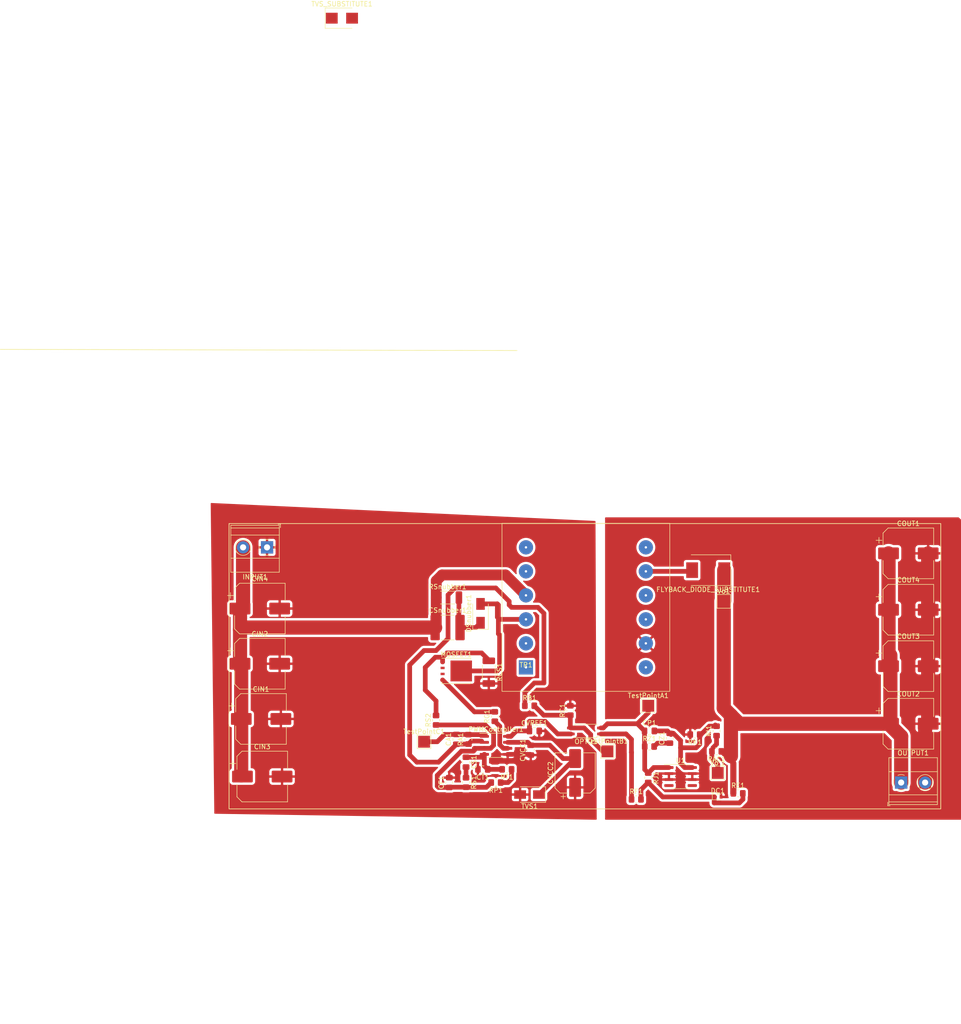
<source format=kicad_pcb>
(kicad_pcb (version 20211014) (generator pcbnew)
  (layers (0 "F.Cu" signal) (31 "B.Cu" signal) (34 "B.Paste" user) (35 "F.Paste" user) (36 "B.SilkS" user "B.Silkscreen") (37 "F.SilkS" user "F.Silkscreen") (38 "B.Mask" user) (39 "F.Mask" user) (44 "Edge.Cuts" user))
  (net 0 "")
  (net 1 "Net-(CSnubber1-Pad2)")
  (net 2 "Net-(FLYBACK_DIODE_SUBSTITUTE1-Pad2)")
  (net 3 "Net-(MOSFET1-Pad1)")
  (net 4 "Net-(MOSFET1-Pad4)")
  (net 5 "Net-(DSnubber1-Pad2)")
  (net 6 "Net-(CIN1-Pad1)")
  (net 7 "Net-(OPTO1-Pad1)")
  (net 8 "Net-(CP1-Pad1)")
  (net 9 "Net-(OPTO1-Pad3)")
  (net 10 "Net-(CVREF1-Pad1)")
  (net 11 "Net-(CA1-Pad2)")
  (net 12 "Net-(CA1-Pad1)")
  (net 13 "GND")
  (net 14 "Net-(PWMController1-Pad6)")
  (net 15 "Net-(CF1-Pad1)")
  (net 16 "GND1")
  (net 17 "Net-(CS1-Pad1)")
  (net 18 "Net-(CVCC1-Pad2)")
  (net 19 "Net-(RAC1-Pad2)")
  (net 20 "Net-(COUT1-Pad1)")
  (net 21 "Net-(CP1-Pad2)")
  (net 22 "Net-(CS1-Pad2)")
  (net 23 "Net-(CZ1-Pad1)")
  (net 24 "Net-(DC1-Pad1)")
  (footprint "TestPoint:TestPoint_Pad_2.5x2.5mm" (layer "F.Cu") (at 134.62 36.068)
    (fp_text reference "Vo1" (at 0 -2.148) (layer "F.SilkS"))
    (fp_text value "Conn_01x01_Female")
    (pad "1" smd rect (at 0 0) (size 2.5 2.5) (layers "F.Cu" "F.Mask") (net 20 "Net-(COUT1-Pad1)"))
  )
  (footprint "Package_SO:SOP-4_4.4x2.6mm_P1.27mm" (layer "F.Cu") (at 105.41 63.5 180)
    (fp_text reference "OPTO1" (at 0 -2.25) (layer "F.SilkS"))
    (fp_text value "TCMT1107")
    (pad "1" smd roundrect (at -3.1875 -0.635 180) (size 1.625 0.6) (layers "F.Cu" "F.Paste" "F.Mask") (net 7 "Net-(OPTO1-Pad1)"))
    (pad "2" smd roundrect (at -3.1875 0.635 180) (size 1.625 0.6) (layers "F.Cu" "F.Paste" "F.Mask") (net 8 "Net-(CP1-Pad1)"))
    (pad "3" smd roundrect (at 3.1875 0.635 180) (size 1.625 0.6) (layers "F.Cu" "F.Paste" "F.Mask") (net 9 "Net-(OPTO1-Pad3)"))
    (pad "4" smd roundrect (at 3.1875 -0.635 180) (size 1.625 0.6) (layers "F.Cu" "F.Paste" "F.Mask") (net 10 "Net-(CVREF1-Pad1)"))
  )
  (footprint "Resistor_SMD:R_0805_2012Metric_Pad1.20x1.40mm_HandSolder" (layer "F.Cu") (at 88.662 71.628 180)
    (fp_text reference "RT1" (at 0 -1.65) (layer "F.SilkS"))
    (fp_text value "10")
    (pad "1" smd roundrect (at -1 0 180) (size 1.2 1.4) (layers "F.Cu" "F.Paste" "F.Mask") (roundrect_rratio 0.208333) (net 10 "Net-(CVREF1-Pad1)"))
    (pad "2" smd roundrect (at 1 0 180) (size 1.2 1.4) (layers "F.Cu" "F.Paste" "F.Mask") (roundrect_rratio 0.208333) (net 17 "Net-(CS1-Pad1)"))
  )
  (footprint "TestPoint:TestPoint_Pad_2.5x2.5mm" (layer "F.Cu") (at 118.618 58.166)
    (fp_text reference "TestPointA1" (at 0 -2.148) (layer "F.SilkS"))
    (fp_text value "Conn_01x01_Female")
    (pad "1" smd rect (at 0 0) (size 2.5 2.5) (layers "F.Cu" "F.Mask") (net 8 "Net-(CP1-Pad1)"))
  )
  (footprint "Resistor_SMD:R_0805_2012Metric_Pad1.20x1.40mm_HandSolder" (layer "F.Cu") (at 116.078 77.978)
    (fp_text reference "RF1" (at 0 -1.65) (layer "F.SilkS"))
    (fp_text value "R")
    (pad "1" smd roundrect (at -1 0) (size 1.2 1.4) (layers "F.Cu" "F.Paste" "F.Mask") (roundrect_rratio 0.208333) (net 7 "Net-(OPTO1-Pad1)"))
    (pad "2" smd roundrect (at 1 0) (size 1.2 1.4) (layers "F.Cu" "F.Paste" "F.Mask") (roundrect_rratio 0.208333) (net 24 "Net-(DC1-Pad1)"))
  )
  (footprint "TerminalBlock_Phoenix:TerminalBlock_Phoenix_MKDS-1,5-2-5.08_1x02_P5.08mm_Horizontal" (layer "F.Cu") (at 37.846 24.638 180)
    (fp_text reference "INPUT1" (at 2.54 -6.26) (layer "F.SilkS"))
    (fp_text value "Conn_01x02_Female")
    (pad "1" thru_hole rect (at 0 0 180) (size 2.6 2.6) (drill 1.3) (layers *.Cu *.Mask) (net 13 "GND"))
    (pad "2" thru_hole circle (at 5.08 0 180) (size 2.6 2.6) (drill 1.3) (layers *.Cu *.Mask) (net 6 "Net-(CIN1-Pad1)"))
  )
  (footprint "Diode_SMD:D_SMA" (layer "F.Cu") (at 93.472 76.962 180)
    (fp_text reference "TVS1" (at 0 -2.5) (layer "F.SilkS"))
    (fp_text value "MBRA340")
    (pad "1" smd rect (at -2 0 180) (size 2.5 1.8) (layers "F.Cu" "F.Paste" "F.Mask") (net 18 "Net-(CVCC1-Pad2)"))
    (pad "2" smd rect (at 2 0 180) (size 2.5 1.8) (layers "F.Cu" "F.Paste" "F.Mask") (net 13 "GND"))
  )
  (footprint "Package_SO:SOIC-8_3.9x4.9mm_P1.27mm" (layer "F.Cu") (at 86.36 66.548)
    (fp_text reference "PWMController1" (at 0 -3.4) (layer "F.SilkS"))
    (fp_text value "UC3843_SOIC8")
    (pad "1" smd roundrect (at -2.475 -1.905) (size 1.95 0.6) (layers "F.Cu" "F.Paste" "F.Mask") (net 11 "Net-(CA1-Pad2)"))
    (pad "2" smd roundrect (at -2.475 -0.635) (size 1.95 0.6) (layers "F.Cu" "F.Paste" "F.Mask") (net 12 "Net-(CA1-Pad1)"))
    (pad "3" smd roundrect (at -2.475 0.635) (size 1.95 0.6) (layers "F.Cu" "F.Paste" "F.Mask") (net 15 "Net-(CF1-Pad1)"))
    (pad "4" smd roundrect (at -2.475 1.905) (size 1.95 0.6) (layers "F.Cu" "F.Paste" "F.Mask") (net 17 "Net-(CS1-Pad1)"))
    (pad "5" smd roundrect (at 2.475 1.905) (size 1.95 0.6) (layers "F.Cu" "F.Paste" "F.Mask") (net 13 "GND"))
    (pad "6" smd roundrect (at 2.475 0.635) (size 1.95 0.6) (layers "F.Cu" "F.Paste" "F.Mask") (net 14 "Net-(PWMController1-Pad6)"))
    (pad "7" smd roundrect (at 2.475 -0.635) (size 1.95 0.6) (layers "F.Cu" "F.Paste" "F.Mask") (net 18 "Net-(CVCC1-Pad2)"))
    (pad "8" smd roundrect (at 2.475 -1.905) (size 1.95 0.6) (layers "F.Cu" "F.Paste" "F.Mask") (net 10 "Net-(CVREF1-Pad1)"))
  )
  (footprint "Capacitor_SMD:CP_Elec_10x10.5" (layer "F.Cu") (at 36.576 60.96)
    (fp_text reference "CIN1" (at 0 -6.3) (layer "F.SilkS"))
    (fp_text value "C")
    (pad "1" smd roundrect (at -4.2 0) (size 4.4 2.5) (layers "F.Cu" "F.Paste" "F.Mask") (roundrect_rratio 0.1) (net 6 "Net-(CIN1-Pad1)"))
    (pad "2" smd roundrect (at 4.2 0) (size 4.4 2.5) (layers "F.Cu" "F.Paste" "F.Mask") (roundrect_rratio 0.1) (net 13 "GND"))
  )
  (footprint "Resistor_SMD:R_0805_2012Metric_Pad1.20x1.40mm_HandSolder" (layer "F.Cu") (at 86.344 74.422 180)
    (fp_text reference "RP1" (at 0 -1.65) (layer "F.SilkS"))
    (fp_text value "R")
    (pad "1" smd roundrect (at -1 0 180) (size 1.2 1.4) (layers "F.Cu" "F.Paste" "F.Mask") (roundrect_rratio 0.208333) (net 10 "Net-(CVREF1-Pad1)"))
    (pad "2" smd roundrect (at 1 0 180) (size 1.2 1.4) (layers "F.Cu" "F.Paste" "F.Mask") (roundrect_rratio 0.208333) (net 15 "Net-(CF1-Pad1)"))
  )
  (footprint "Capacitor_SMD:CP_Elec_10x10.5" (layer "F.Cu") (at 36.322 37.592)
    (fp_text reference "CIN4" (at 0 -6.3) (layer "F.SilkS"))
    (fp_text value "C")
    (pad "1" smd roundrect (at -4.2 0) (size 4.4 2.5) (layers "F.Cu" "F.Paste" "F.Mask") (roundrect_rratio 0.1) (net 6 "Net-(CIN1-Pad1)"))
    (pad "2" smd roundrect (at 4.2 0) (size 4.4 2.5) (layers "F.Cu" "F.Paste" "F.Mask") (roundrect_rratio 0.1) (net 13 "GND"))
  )
  (footprint "Diode_SMD:D_SOD-523" (layer "F.Cu") (at 133.35 77.47)
    (fp_text reference "DC1" (at 0 -1.3) (layer "F.SilkS"))
    (fp_text value "DZ2S100X0L")
    (pad "1" smd rect (at -0.7 0 180) (size 0.6 0.7) (layers "F.Cu" "F.Paste" "F.Mask") (net 24 "Net-(DC1-Pad1)"))
    (pad "2" smd rect (at 0.7 0 180) (size 0.6 0.7) (layers "F.Cu" "F.Paste" "F.Mask") (net 16 "GND1"))
  )
  (footprint "Capacitor_SMD:C_0805_2012Metric_Pad1.18x1.45mm_HandSolder" (layer "F.Cu") (at 83.566 71.628 180)
    (fp_text reference "CT1" (at 0 -1.68) (layer "F.SilkS"))
    (fp_text value "C")
    (pad "1" smd roundrect (at -1.0375 0 180) (size 1.175 1.45) (layers "F.Cu" "F.Paste" "F.Mask") (roundrect_rratio 0.212766) (net 17 "Net-(CS1-Pad1)"))
    (pad "2" smd roundrect (at 1.0375 0 180) (size 1.175 1.45) (layers "F.Cu" "F.Paste" "F.Mask") (roundrect_rratio 0.212766) (net 13 "GND"))
  )
  (footprint "Resistor_SMD:R_0805_2012Metric_Pad1.20x1.40mm_HandSolder" (layer "F.Cu") (at 93.472 58.166)
    (fp_text reference "RB1" (at 0 -1.65) (layer "F.SilkS"))
    (fp_text value "R")
    (pad "1" smd roundrect (at -1 0) (size 1.2 1.4) (layers "F.Cu" "F.Paste" "F.Mask") (roundrect_rratio 0.208333) (net 12 "Net-(CA1-Pad1)"))
    (pad "2" smd roundrect (at 1 0) (size 1.2 1.4) (layers "F.Cu" "F.Paste" "F.Mask") (roundrect_rratio 0.208333) (net 9 "Net-(OPTO1-Pad3)"))
  )
  (footprint "Resistor_SMD:R_0805_2012Metric_Pad1.20x1.40mm_HandSolder" (layer "F.Cu") (at 80.01 74.406 -90)
    (fp_text reference "RS1" (at 0 -1.65 90) (layer "F.SilkS"))
    (fp_text value "R")
    (pad "1" smd roundrect (at -1 0 270) (size 1.2 1.4) (layers "F.Cu" "F.Paste" "F.Mask") (roundrect_rratio 0.208333) (net 22 "Net-(CS1-Pad2)"))
    (pad "2" smd roundrect (at 1 0 270) (size 1.2 1.4) (layers "F.Cu" "F.Paste" "F.Mask") (roundrect_rratio 0.208333) (net 15 "Net-(CF1-Pad1)"))
  )
  (footprint "Capacitor_SMD:C_0805_2012Metric_Pad1.18x1.45mm_HandSolder" (layer "F.Cu") (at 93.726 67.564 90)
    (fp_text reference "CVCC1" (at 0 -1.68 90) (layer "F.SilkS"))
    (fp_text value "C")
    (pad "1" smd roundrect (at -1.0375 0 90) (size 1.175 1.45) (layers "F.Cu" "F.Paste" "F.Mask") (roundrect_rratio 0.212766) (net 13 "GND"))
    (pad "2" smd roundrect (at 1.0375 0 90) (size 1.175 1.45) (layers "F.Cu" "F.Paste" "F.Mask") (roundrect_rratio 0.212766) (net 18 "Net-(CVCC1-Pad2)"))
  )
  (footprint "Diode_SMD:D_SMA" (layer "F.Cu") (at 83.08217 38.608 90)
    (fp_text reference "DSnubber1" (at 0 -2.5 90) (layer "F.SilkS"))
    (fp_text value "MBRA340")
    (pad "1" smd rect (at -2 0 90) (size 2.5 1.8) (layers "F.Cu" "F.Paste" "F.Mask") (net 1 "Net-(CSnubber1-Pad2)"))
    (pad "2" smd rect (at 2 0 90) (size 2.5 1.8) (layers "F.Cu" "F.Paste" "F.Mask") (net 5 "Net-(DSnubber1-Pad2)"))
  )
  (footprint "TerminalBlock_Phoenix:TerminalBlock_Phoenix_MKDS-1,5-2-5.08_1x02_P5.08mm_Horizontal" (layer "F.Cu") (at 172.212 74.422)
    (fp_text reference "OUTPUT1" (at 2.54 -6.26) (layer "F.SilkS"))
    (fp_text value "Conn_01x02_Female")
    (pad "1" thru_hole rect (at 0 0) (size 2.6 2.6) (drill 1.3) (layers *.Cu *.Mask) (net 20 "Net-(COUT1-Pad1)"))
    (pad "2" thru_hole circle (at 5.08 0) (size 2.6 2.6) (drill 1.3) (layers *.Cu *.Mask) (net 16 "GND1"))
  )
  (footprint "Capacitor_SMD:C_0805_2012Metric_Pad1.18x1.45mm_HandSolder" (layer "F.Cu") (at 94.488 63.5)
    (fp_text reference "CVREF1" (at 0 -1.68) (layer "F.SilkS"))
    (fp_text value "C")
    (pad "1" smd roundrect (at -1.0375 0) (size 1.175 1.45) (layers "F.Cu" "F.Paste" "F.Mask") (roundrect_rratio 0.212766) (net 10 "Net-(CVREF1-Pad1)"))
    (pad "2" smd roundrect (at 1.0375 0) (size 1.175 1.45) (layers "F.Cu" "F.Paste" "F.Mask") (roundrect_rratio 0.212766) (net 13 "GND"))
  )
  (footprint "kutup:sevgi-kafkasi" (layer "F.Cu") (at 92.71 50.038)
    (fp_text reference "TR1" (at 0 -0.5 unlocked) (layer "F.SilkS"))
    (fp_text value "ADT1-1")
    (pad "1" thru_hole circle (at 0 -10.16) (size 3 3) (drill 0.5) (layers *.Cu *.Mask) (net 5 "Net-(DSnubber1-Pad2)"))
    (pad "2" thru_hole circle (at 0 -5.08) (size 3 3) (drill 0.5) (layers *.Cu *.Mask))
    (pad "3" thru_hole circle (at 0 -15.24) (size 3 3) (drill 0.5) (layers *.Cu *.Mask) (net 6 "Net-(CIN1-Pad1)"))
    (pad "4" thru_hole circle (at 25.4 -20.32) (size 3 3) (drill 0.5) (layers *.Cu *.Mask) (net 2 "Net-(FLYBACK_DIODE_SUBSTITUTE1-Pad2)"))
    (pad "5" thru_hole rect (at 0 0) (size 3 3) (drill 0.5) (layers *.Cu *.Mask))
    (pad "6" thru_hole circle (at 25.4 -5.08) (size 3 3) (drill 0.5) (layers *.Cu *.Mask) (net 16 "GND1"))
    (pad "7" thru_hole circle (at 25.4 -25.4) (size 3 3) (drill 0.5) (layers *.Cu *.Mask))
    (pad "8" thru_hole circle (at 0 -25.4) (size 3 3) (drill 0.5) (layers *.Cu *.Mask))
    (pad "9" thru_hole circle (at 25.4 -15.24) (size 3 3) (drill 0.5) (layers *.Cu *.Mask))
    (pad "10" thru_hole circle (at 25.4 -10.16) (size 3 3) (drill 0.5) (layers *.Cu *.Mask))
    (pad "11" thru_hole circle (at 0 -20.32) (size 3 3) (drill 0.5) (layers *.Cu *.Mask))
    (pad "12" thru_hole circle (at 25.4 0) (size 3 3) (drill 0.5) (layers *.Cu *.Mask))
  )
  (footprint "Diode_SMD:D_SMB" (layer "F.Cu") (at 53.712 -87.376)
    (fp_text reference "TVS_SUBSTITUTE1" (at 0 -3) (layer "F.SilkS"))
    (fp_text value "SM6T39A")
    (pad "1" smd rect (at -2.15 0) (size 2.5 2.3) (layers "F.Cu" "F.Paste" "F.Mask"))
    (pad "2" smd rect (at 2.15 0) (size 2.5 2.3) (layers "F.Cu" "F.Paste" "F.Mask"))
  )
  (footprint "Resistor_SMD:R_0805_2012Metric_Pad1.20x1.40mm_HandSolder" (layer "F.Cu") (at 133.096 63.5 90)
    (fp_text reference "RI1" (at 0 -1.65 90) (layer "F.SilkS"))
    (fp_text value "R")
    (pad "1" smd roundrect (at -1 0 90) (size 1.2 1.4) (layers "F.Cu" "F.Paste" "F.Mask") (roundrect_rratio 0.208333) (net 19 "Net-(RAC1-Pad2)"))
    (pad "2" smd roundrect (at 1 0 90) (size 1.2 1.4) (layers "F.Cu" "F.Paste" "F.Mask") (roundrect_rratio 0.208333) (net 21 "Net-(CP1-Pad2)"))
  )
  (footprint "Capacitor_SMD:C_0805_2012Metric_Pad1.18x1.45mm_HandSolder" (layer "F.Cu") (at 123.19 65.0455 90)
    (fp_text reference "CZ1" (at 0 -1.68 90) (layer "F.SilkS"))
    (fp_text value "C")
    (pad "1" smd roundrect (at -1.0375 0 90) (size 1.175 1.45) (layers "F.Cu" "F.Paste" "F.Mask") (roundrect_rratio 0.212766) (net 23 "Net-(CZ1-Pad1)"))
    (pad "2" smd roundrect (at 1.0375 0 90) (size 1.175 1.45) (layers "F.Cu" "F.Paste" "F.Mask") (roundrect_rratio 0.212766) (net 21 "Net-(CP1-Pad2)"))
  )
  (footprint "Capacitor_SMD:C_0805_2012Metric_Pad1.18x1.45mm_HandSolder" (layer "F.Cu") (at 80.01 70.104 -90)
    (fp_text reference "CS1" (at 0 -1.68 -270) (layer "F.SilkS"))
    (fp_text value "C")
    (pad "1" smd roundrect (at -1.0375 0 270) (size 1.175 1.45) (layers "F.Cu" "F.Paste" "F.Mask") (roundrect_rratio 0.212766) (net 17 "Net-(CS1-Pad1)"))
    (pad "2" smd roundrect (at 1.0375 0 270) (size 1.175 1.45) (layers "F.Cu" "F.Paste" "F.Mask") (roundrect_rratio 0.212766) (net 22 "Net-(CS1-Pad2)"))
  )
  (footprint "Resistor_SMD:R_0805_2012Metric_Pad1.20x1.40mm_HandSolder" (layer "F.Cu") (at 73.66 61.23 90)
    (fp_text reference "RS2" (at 0 -1.65 90) (layer "F.SilkS"))
    (fp_text value "R")
    (pad "1" smd roundrect (at -1 0 90) (size 1.2 1.4) (layers "F.Cu" "F.Paste" "F.Mask") (roundrect_rratio 0.208333) (net 15 "Net-(CF1-Pad1)"))
    (pad "2" smd roundrect (at 1 0 90) (size 1.2 1.4) (layers "F.Cu" "F.Paste" "F.Mask") (roundrect_rratio 0.208333) (net 3 "Net-(MOSFET1-Pad1)"))
  )
  (footprint "Capacitor_SMD:CP_Elec_10x10.5" (layer "F.Cu") (at 173.736 37.846)
    (fp_text reference "COUT4" (at 0 -6.3) (layer "F.SilkS"))
    (fp_text value "C")
    (pad "1" smd roundrect (at -4.2 0) (size 4.4 2.5) (layers "F.Cu" "F.Paste" "F.Mask") (roundrect_rratio 0.1) (net 20 "Net-(COUT1-Pad1)"))
    (pad "2" smd roundrect (at 4.2 0) (size 4.4 2.5) (layers "F.Cu" "F.Paste" "F.Mask") (roundrect_rratio 0.1) (net 16 "GND1"))
  )
  (footprint "Resistor_SMD:R_0805_2012Metric_Pad1.20x1.40mm_HandSolder" (layer "F.Cu") (at 86.106 60.452 90)
    (fp_text reference "RG1" (at 0 -1.65 90) (layer "F.SilkS"))
    (fp_text value "R")
    (pad "1" smd roundrect (at -1 0 90) (size 1.2 1.4) (layers "F.Cu" "F.Paste" "F.Mask") (roundrect_rratio 0.208333) (net 14 "Net-(PWMController1-Pad6)"))
    (pad "2" smd roundrect (at 1 0 90) (size 1.2 1.4) (layers "F.Cu" "F.Paste" "F.Mask") (roundrect_rratio 0.208333) (net 4 "Net-(MOSFET1-Pad4)"))
  )
  (footprint "Resistor_SMD:R_0805_2012Metric_Pad1.20x1.40mm_HandSolder" (layer "F.Cu") (at 80.518 65.278 90)
    (fp_text reference "RA1" (at 0 -1.65 90) (layer "F.SilkS"))
    (fp_text value "R")
    (pad "1" smd roundrect (at -1 0 90) (size 1.2 1.4) (layers "F.Cu" "F.Paste" "F.Mask") (roundrect_rratio 0.208333) (net 12 "Net-(CA1-Pad1)"))
    (pad "2" smd roundrect (at 1 0 90) (size 1.2 1.4) (layers "F.Cu" "F.Paste" "F.Mask") (roundrect_rratio 0.208333) (net 11 "Net-(CA1-Pad2)"))
  )
  (footprint "Resistor_SMD:R_0805_2012Metric_Pad1.20x1.40mm_HandSolder" (layer "F.Cu") (at 118.618 73.406 -90)
    (fp_text reference "RJ1" (at 0 -1.65 90) (layer "F.SilkS"))
    (fp_text value "R")
    (pad "1" smd roundrect (at -1 0 270) (size 1.2 1.4) (layers "F.Cu" "F.Paste" "F.Mask") (roundrect_rratio 0.208333) (net 8 "Net-(CP1-Pad1)"))
    (pad "2" smd roundrect (at 1 0 270) (size 1.2 1.4) (layers "F.Cu" "F.Paste" "F.Mask") (roundrect_rratio 0.208333) (net 24 "Net-(DC1-Pad1)"))
  )
  (footprint "Package_TO_SOT_SMD:TDSON-8-1" (layer "F.Cu") (at 77.944 50.8)
    (fp_text reference "MOSFET1" (at 0 -3.5) (layer "F.SilkS"))
    (fp_text value "CSD19534Q5A")
    (pad "1" smd rect (at -2.9 -1.905) (size 0.85 0.5) (layers "F.Cu" "F.Paste" "F.Mask") (net 3 "Net-(MOSFET1-Pad1)"))
    (pad "2" smd rect (at -2.9 -0.635) (size 0.85 0.5) (layers "F.Cu" "F.Paste" "F.Mask") (net 3 "Net-(MOSFET1-Pad1)"))
    (pad "3" smd rect (at -2.9 0.635) (size 0.85 0.5) (layers "F.Cu" "F.Paste" "F.Mask") (net 3 "Net-(MOSFET1-Pad1)"))
    (pad "4" smd rect (at -2.9 1.905) (size 0.85 0.5) (layers "F.Cu" "F.Paste" "F.Mask") (net 4 "Net-(MOSFET1-Pad4)"))
    (pad "5" smd rect (at 1.05 0) (size 4.55 4.41) (layers "F.Cu") (net 5 "Net-(DSnubber1-Pad2)"))
  )
  (footprint "Resistor_SMD:R_0805_2012Metric_Pad1.20x1.40mm_HandSolder" (layer "F.Cu") (at 118.872 66.802)
    (fp_text reference "RZ1" (at 0 -1.65) (layer "F.SilkS"))
    (fp_text value "R")
    (pad "1" smd roundrect (at -1 0) (size 1.2 1.4) (layers "F.Cu" "F.Paste" "F.Mask") (roundrect_rratio 0.208333) (net 8 "Net-(CP1-Pad1)"))
    (pad "2" smd roundrect (at 1 0) (size 1.2 1.4) (layers "F.Cu" "F.Paste" "F.Mask") (roundrect_rratio 0.208333) (net 23 "Net-(CZ1-Pad1)"))
  )
  (footprint "Capacitor_SMD:CP_Elec_10x10.5" (layer "F.Cu") (at 173.736 61.976)
    (fp_text reference "COUT2" (at 0 -6.3) (layer "F.SilkS"))
    (fp_text value "C")
    (pad "1" smd roundrect (at -4.2 0) (size 4.4 2.5) (layers "F.Cu" "F.Paste" "F.Mask") (roundrect_rratio 0.1) (net 20 "Net-(COUT1-Pad1)"))
    (pad "2" smd roundrect (at 4.2 0) (size 4.4 2.5) (layers "F.Cu" "F.Paste" "F.Mask") (roundrect_rratio 0.1) (net 16 "GND1"))
  )
  (footprint "Capacitor_SMD:CP_Elec_10x10.5" (layer "F.Cu") (at 173.736 49.784)
    (fp_text reference "COUT3" (at 0 -6.3) (layer "F.SilkS"))
    (fp_text value "C")
    (pad "1" smd roundrect (at -4.2 0) (size 4.4 2.5) (layers "F.Cu" "F.Paste" "F.Mask") (roundrect_rratio 0.1) (net 20 "Net-(COUT1-Pad1)"))
    (pad "2" smd roundrect (at 4.2 0) (size 4.4 2.5) (layers "F.Cu" "F.Paste" "F.Mask") (roundrect_rratio 0.1) (net 16 "GND1"))
  )
  (footprint "Capacitor_SMD:C_2220_5650Metric_Pad1.97x5.40mm_HandSolder" (layer "F.Cu") (at 76.1025 41.61387)
    (fp_text reference "CSnubber1" (at 0 -3.65) (layer "F.SilkS"))
    (fp_text value "C")
    (pad "1" smd roundrect (at -2.6375 0) (size 1.975 5.4) (layers "F.Cu" "F.Paste" "F.Mask") (roundrect_rratio 0.126582) (net 6 "Net-(CIN1-Pad1)"))
    (pad "2" smd roundrect (at 2.6375 0) (size 1.975 5.4) (layers "F.Cu" "F.Paste" "F.Mask") (roundrect_rratio 0.126582) (net 1 "Net-(CSnubber1-Pad2)"))
  )
  (footprint "Capacitor_SMD:C_0805_2012Metric_Pad1.18x1.45mm_HandSolder" (layer "F.Cu") (at 118.872 63.5)
    (fp_text reference "CP1" (at 0 -1.68) (layer "F.SilkS"))
    (fp_text value "C")
    (pad "1" smd roundrect (at -1.0375 0) (size 1.175 1.45) (layers "F.Cu" "F.Paste" "F.Mask") (roundrect_rratio 0.212766) (net 8 "Net-(CP1-Pad1)"))
    (pad "2" smd roundrect (at 1.0375 0) (size 1.175 1.45) (layers "F.Cu" "F.Paste" "F.Mask") (roundrect_rratio 0.212766) (net 21 "Net-(CP1-Pad2)"))
  )
  (footprint "TestPoint:TestPoint_Pad_2.5x2.5mm" (layer "F.Cu") (at 71.12 65.786)
    (fp_text reference "TestPointC1" (at 0 -2.148) (layer "F.SilkS"))
    (fp_text value "Conn_01x01_Female")
    (pad "1" smd rect (at 0 0) (size 2.5 2.5) (layers "F.Cu" "F.Mask") (net 11 "Net-(CA1-Pad2)"))
  )
  (footprint "Diode_SMD:D_SMC" (layer "F.Cu") (at 131.318 29.464 180)
    (fp_text reference "FLYBACK_DIODE_SUBSTITUTE1" (at 0 -4.1) (layer "F.SilkS"))
    (fp_text value "Z3SMCxxx")
    (pad "1" smd rect (at -3.4 0 270) (size 3.3 2.5) (layers "F.Cu" "F.Paste" "F.Mask") (net 20 "Net-(COUT1-Pad1)"))
    (pad "2" smd rect (at 3.4 0 270) (size 3.3 2.5) (layers "F.Cu" "F.Paste" "F.Mask") (net 2 "Net-(FLYBACK_DIODE_SUBSTITUTE1-Pad2)"))
  )
  (footprint "Resistor_SMD:R_2010_5025Metric_Pad1.40x2.65mm_HandSolder" (layer "F.Cu") (at 84.836 51.054 -90)
    (fp_text reference "RCS1" (at 0 -2.28 90) (layer "F.SilkS"))
    (fp_text value "R")
    (pad "1" smd roundrect (at -2.4 0 270) (size 1.4 2.65) (layers "F.Cu" "F.Paste" "F.Mask") (roundrect_rratio 0.178571) (net 3 "Net-(MOSFET1-Pad1)"))
    (pad "2" smd roundrect (at 2.4 0 270) (size 1.4 2.65) (layers "F.Cu" "F.Paste" "F.Mask") (roundrect_rratio 0.178571) (net 13 "GND"))
  )
  (footprint "TestPoint:TestPoint_Pad_2.5x2.5mm" (layer "F.Cu") (at 133.35 72.39)
    (fp_text reference "Vo'1" (at 0 -2.148) (layer "F.SilkS"))
    (fp_text value "Conn_01x01_Female")
    (pad "1" smd rect (at 0 0) (size 2.5 2.5) (layers "F.Cu" "F.Mask") (net 19 "Net-(RAC1-Pad2)"))
  )
  (footprint "Capacitor_SMD:C_0805_2012Metric_Pad1.18x1.45mm_HandSolder" (layer "F.Cu") (at 76.454 74.422 90)
    (fp_text reference "CF1" (at 0 -1.68 90) (layer "F.SilkS"))
    (fp_text value "C")
    (pad "1" smd roundrect (at -1.0375 0 90) (size 1.175 1.45) (layers "F.Cu" "F.Paste" "F.Mask") (roundrect_rratio 0.212766) (net 15 "Net-(CF1-Pad1)"))
    (pad "2" smd roundrect (at 1.0375 0 90) (size 1.175 1.45) (layers "F.Cu" "F.Paste" "F.Mask") (roundrect_rratio 0.212766) (net 13 "GND"))
  )
  (footprint "Resistor_SMD:R_2010_5025Metric_Pad1.40x2.65mm_HandSolder" (layer "F.Cu") (at 76.1025 35.26387)
    (fp_text reference "RSnubber1" (at 0 -2.28) (layer "F.SilkS"))
    (fp_text value "R")
    (pad "1" smd roundrect (at -2.4 0) (size 1.4 2.65) (layers "F.Cu" "F.Paste" "F.Mask") (roundrect_rratio 0.178571) (net 6 "Net-(CIN1-Pad1)"))
    (pad "2" smd roundrect (at 2.4 0) (size 1.4 2.65) (layers "F.Cu" "F.Paste" "F.Mask") (roundrect_rratio 0.178571) (net 1 "Net-(CSnubber1-Pad2)"))
  )
  (footprint "Resistor_SMD:R_0805_2012Metric_Pad1.20x1.40mm_HandSolder" (layer "F.Cu") (at 133.112 67.818 180)
    (fp_text reference "RAC1" (at 0 -1.65) (layer "F.SilkS"))
    (fp_text value "R")
    (pad "1" smd roundrect (at -1 0 180) (size 1.2 1.4) (layers "F.Cu" "F.Paste" "F.Mask") (roundrect_rratio 0.208333) (net 20 "Net-(COUT1-Pad1)"))
    (pad "2" smd roundrect (at 1 0 180) (size 1.2 1.4) (layers "F.Cu" "F.Paste" "F.Mask") (roundrect_rratio 0.208333) (net 19 "Net-(RAC1-Pad2)"))
  )
  (footprint "Resistor_SMD:R_0805_2012Metric_Pad1.20x1.40mm_HandSolder" (layer "F.Cu") (at 137.652 76.708)
    (fp_text reference "RE1" (at 0 -1.65) (layer "F.SilkS"))
    (fp_text value "R")
    (pad "1" smd roundrect (at -1 0) (size 1.2 1.4) (layers "F.Cu" "F.Paste" "F.Mask") (roundrect_rratio 0.208333) (net 20 "Net-(COUT1-Pad1)"))
    (pad "2" smd roundrect (at 1 0) (size 1.2 1.4) (layers "F.Cu" "F.Paste" "F.Mask") (roundrect_rratio 0.208333) (net 24 "Net-(DC1-Pad1)"))
  )
  (footprint "Package_SO:SOIC-8_3.9x4.9mm_P1.27mm" (layer "F.Cu") (at 125.476 73.152)
    (fp_text reference "U1" (at 0 -3.4) (layer "F.SilkS"))
    (fp_text value "TL431D")
    (pad "1" smd roundrect (at -2.475 -1.905) (size 1.95 0.6) (layers "F.Cu" "F.Paste" "F.Mask") (net 8 "Net-(CP1-Pad1)"))
    (pad "2" smd roundrect (at -2.475 -0.635) (size 1.95 0.6) (layers "F.Cu" "F.Paste" "F.Mask") (net 16 "GND1"))
    (pad "3" smd roundrect (at -2.475 0.635) (size 1.95 0.6) (layers "F.Cu" "F.Paste" "F.Mask") (net 16 "GND1"))
    (pad "4" smd roundrect (at -2.475 1.905) (size 1.95 0.6) (layers "F.Cu" "F.Paste" "F.Mask"))
    (pad "5" smd roundrect (at 2.475 1.905) (size 1.95 0.6) (layers "F.Cu" "F.Paste" "F.Mask"))
    (pad "6" smd roundrect (at 2.475 0.635) (size 1.95 0.6) (layers "F.Cu" "F.Paste" "F.Mask") (net 16 "GND1"))
    (pad "7" smd roundrect (at 2.475 -0.635) (size 1.95 0.6) (layers "F.Cu" "F.Paste" "F.Mask") (net 16 "GND1"))
    (pad "8" smd roundrect (at 2.475 -1.905) (size 1.95 0.6) (layers "F.Cu" "F.Paste" "F.Mask") (net 21 "Net-(CP1-Pad2)"))
  )
  (footprint "Capacitor_SMD:CP_Elec_10x10.5" (layer "F.Cu") (at 173.736 25.908)
    (fp_text reference "COUT1" (at 0 -6.3) (layer "F.SilkS"))
    (fp_text value "C")
    (pad "1" smd roundrect (at -4.2 0) (size 4.4 2.5) (layers "F.Cu" "F.Paste" "F.Mask") (roundrect_rratio 0.1) (net 20 "Net-(COUT1-Pad1)"))
    (pad "2" smd roundrect (at 4.2 0) (size 4.4 2.5) (layers "F.Cu" "F.Paste" "F.Mask") (roundrect_rratio 0.1) (net 16 "GND1"))
  )
  (footprint "Capacitor_SMD:CP_Elec_8x5.4" (layer "F.Cu") (at 103.124 72.39 90)
    (fp_text reference "CVCC2" (at 0 -5.2 90) (layer "F.SilkS"))
    (fp_text value "C")
    (pad "1" smd roundrect (at -3.05 0 90) (size 4 2.5) (layers "F.Cu" "F.Paste" "F.Mask") (roundrect_rratio 0.1) (net 13 "GND"))
    (pad "2" smd roundrect (at 3.05 0 90) (size 4 2.5) (layers "F.Cu" "F.Paste" "F.Mask") (roundrect_rratio 0.1) (net 18 "Net-(CVCC1-Pad2)"))
  )
  (footprint "Resistor_SMD:R_0805_2012Metric_Pad1.20x1.40mm_HandSolder" (layer "F.Cu") (at 102.108 59.166 90)
    (fp_text reference "RC1" (at 0 -1.65 90) (layer "F.SilkS"))
    (fp_text value "R")
    (pad "1" smd roundrect (at -1 0 90) (size 1.2 1.4) (layers "F.Cu" "F.Paste" "F.Mask") (roundrect_rratio 0.208333) (net 9 "Net-(OPTO1-Pad3)"))
    (pad "2" smd roundrect (at 1 0 90) (size 1.2 1.4) (layers "F.Cu" "F.Paste" "F.Mask") (roundrect_rratio 0.208333) (net 13 "GND"))
  )
  (footprint "TestPoint:TestPoint_Pad_2.5x2.5mm" (layer "F.Cu") (at 109.982 67.818)
    (fp_text reference "TestPointB1" (at 0 -2.148) (layer "F.SilkS"))
    (fp_text value "Conn_01x01_Female")
    (pad "1" smd rect (at 0 0) (size 2.5 2.5) (layers "F.Cu" "F.Mask") (net 9 "Net-(OPTO1-Pad3)"))
  )
  (footprint "Resistor_SMD:R_0805_2012Metric_Pad1.20x1.40mm_HandSolder" (layer "F.Cu") (at 128.524 64.262 180)
    (fp_text reference "RK1" (at 0 -1.65) (layer "F.SilkS"))
    (fp_text value "R")
    (pad "1" smd roundrect (at -1 0 180) (size 1.2 1.4) (layers "F.Cu" "F.Paste" "F.Mask") (roundrect_rratio 0.208333) (net 21 "Net-(CP1-Pad2)"))
    (pad "2" smd roundrect (at 1 0 180) (size 1.2 1.4) (layers "F.Cu" "F.Paste" "F.Mask") (roundrect_rratio 0.208333) (net 16 "GND1"))
  )
  (footprint "Capacitor_SMD:CP_Elec_10x10.5" (layer "F.Cu") (at 36.322 49.276)
    (fp_text reference "CIN2" (at 0 -6.3) (layer "F.SilkS"))
    (fp_text value "C")
    (pad "1" smd roundrect (at -4.2 0) (size 4.4 2.5) (layers "F.Cu" "F.Paste" "F.Mask") (roundrect_rratio 0.1) (net 6 "Net-(CIN1-Pad1)"))
    (pad "2" smd roundrect (at 4.2 0) (size 4.4 2.5) (layers "F.Cu" "F.Paste" "F.Mask") (roundrect_rratio 0.1) (net 13 "GND"))
  )
  (footprint "Capacitor_SMD:C_0805_2012Metric_Pad1.18x1.45mm_HandSolder" (layer "F.Cu") (at 77.978 65.278 90)
    (fp_text reference "CA1" (at 0 -1.68 90) (layer "F.SilkS"))
    (fp_text value "C")
    (pad "1" smd roundrect (at -1.0375 0 90) (size 1.175 1.45) (layers "F.Cu" "F.Paste" "F.Mask") (roundrect_rratio 0.212766) (net 12 "Net-(CA1-Pad1)"))
    (pad "2" smd roundrect (at 1.0375 0 90) (size 1.175 1.45) (layers "F.Cu" "F.Paste" "F.Mask") (roundrect_rratio 0.212766) (net 11 "Net-(CA1-Pad2)"))
  )
  (footprint "Capacitor_SMD:CP_Elec_10x10.5" (layer "F.Cu") (at 36.83 73.152)
    (fp_text reference "CIN3" (at 0 -6.3) (layer "F.SilkS"))
    (fp_text value "C")
    (pad "1" smd roundrect (at -4.2 0) (size 4.4 2.5) (layers "F.Cu" "F.Paste" "F.Mask") (roundrect_rratio 0.1) (net 6 "Net-(CIN1-Pad1)"))
    (pad "2" smd roundrect (at 4.2 0) (size 4.4 2.5) (layers "F.Cu" "F.Paste" "F.Mask") (roundrect_rratio 0.1) (net 13 "GND"))
  )
  (gr_line (start -18.6645 -17.272) (end 90.8095 -17.018) (layer "F.SilkS") (width 0.15))
  (gr_rect (start 29.8 19.6) (end 180.6 80) (layer "F.SilkS") (width 0.15) (fill none))
  (segment (start 78.5025 35.26387) (end 78.5025 41.37637) (width 1) (layer "F.Cu") (net 1))
  (segment (start 82.0763 41.61387) (end 83.08217 40.608) (width 1) (layer "F.Cu") (net 1))
  (segment (start 78.74 41.61387) (end 82.0763 41.61387) (width 1) (layer "F.Cu") (net 1))
  (segment (start 78.5025 41.37637) (end 78.74 41.61387) (width 1) (layer "F.Cu") (net 1))
  (segment (start 127.664 29.718) (end 127.918 29.464) (width 1) (layer "F.Cu") (net 2))
  (segment (start 118.11 29.718) (end 127.664 29.718) (width 1) (layer "F.Cu") (net 2))
  (segment (start 84.836 48.514) (end 83.312 46.99) (width 1) (layer "F.Cu") (net 3))
  (segment (start 75.946 46.99) (end 75.044 47.892) (width 1) (layer "F.Cu") (net 3))
  (segment (start 71.374 50.038) (end 73.52 47.892) (width 1) (layer "F.Cu") (net 3))
  (segment (start 73.66 60.23) (end 73.66 57.15) (width 1) (layer "F.Cu") (net 3))
  (segment (start 84.836 48.654) (end 84.836 48.514) (width 1) (layer "F.Cu") (net 3))
  (segment (start 71.374 54.864) (end 71.374 50.038) (width 1) (layer "F.Cu") (net 3))
  (segment (start 73.66 57.15) (end 71.374 54.864) (width 1) (layer "F.Cu") (net 3))
  (segment (start 73.52 47.892) (end 75.044 47.892) (width 1) (layer "F.Cu") (net 3))
  (segment (start 75.044 47.892) (end 75.044 48.895) (width 1) (layer "F.Cu") (net 3))
  (segment (start 83.312 46.99) (end 75.946 46.99) (width 1) (layer "F.Cu") (net 3))
  (segment (start 81.791 59.452) (end 75.044 52.705) (width 1) (layer "F.Cu") (net 4))
  (segment (start 86.106 59.452) (end 81.791 59.452) (width 1) (layer "F.Cu") (net 4))
  (segment (start 86.868 36.83) (end 86.646 36.608) (width 1) (layer "F.Cu") (net 5))
  (segment (start 86.646 36.608) (end 86.646 39.402) (width 1) (layer "F.Cu") (net 5))
  (segment (start 87.122 50.292) (end 87.122 43.18) (width 1) (layer "F.Cu") (net 5))
  (segment (start 87.122 43.18) (end 86.868 42.926) (width 1) (layer "F.Cu") (net 5))
  (segment (start 83.08217 36.608) (end 86.646 36.608) (width 1) (layer "F.Cu") (net 5))
  (segment (start 87.122 39.878) (end 92.71 39.878) (width 1) (layer "F.Cu") (net 5))
  (segment (start 78.994 50.8) (end 86.614 50.8) (width 1) (layer "F.Cu") (net 5))
  (segment (start 86.614 50.8) (end 87.122 50.292) (width 1) (layer "F.Cu") (net 5))
  (segment (start 86.646 39.402) (end 87.122 39.878) (width 1) (layer "F.Cu") (net 5))
  (segment (start 86.868 42.926) (end 86.868 36.83) (width 1) (layer "F.Cu") (net 5))
  (segment (start 73.7025 31.7075) (end 74.93 30.48) (width 2.3) (layer "F.Cu") (net 6))
  (segment (start 32.55413 41.61387) (end 32.122 42.046) (width 1) (layer "F.Cu") (net 6))
  (segment (start 74.93 30.48) (end 88.392 30.48) (width 2.3) (layer "F.Cu") (net 6))
  (segment (start 32.376 72.898) (end 32.63 73.152) (width 1) (layer "F.Cu") (net 6))
  (segment (start 32.766 24.638) (end 32.766 36.948) (width 3) (layer "F.Cu") (net 6))
  (segment (start 73.7025 41.37637) (end 73.465 41.61387) (width 1) (layer "F.Cu") (net 6))
  (segment (start 32.376 60.96) (end 32.376 49.53) (width 3) (layer "F.Cu") (net 6))
  (segment (start 32.122 42.046) (end 32.122 49.276) (width 3) (layer "F.Cu") (net 6))
  (segment (start 32.766 36.948) (end 32.122 37.592) (width 1) (layer "F.Cu") (net 6))
  (segment (start 32.376 49.53) (end 32.122 49.276) (width 1) (layer "F.Cu") (net 6))
  (segment (start 73.7025 35.26387) (end 73.7025 41.37637) (width 2.3) (layer "F.Cu") (net 6))
  (segment (start 32.122 37.592) (end 32.122 42.046) (width 3) (layer "F.Cu") (net 6))
  (segment (start 73.7025 35.26387) (end 73.7025 31.7075) (width 2.3) (layer "F.Cu") (net 6))
  (segment (start 73.465 41.61387) (end 32.55413 41.61387) (width 3) (layer "F.Cu") (net 6))
  (segment (start 32.376 60.96) (end 32.376 72.898) (width 3) (layer "F.Cu") (net 6))
  (segment (start 88.392 30.48) (end 92.71 34.798) (width 2.3) (layer "F.Cu") (net 6))
  (segment (start 113.919 64.135) (end 108.5975 64.135) (width 1) (layer "F.Cu") (net 7))
  (segment (start 115.062 65.278) (end 113.919 64.135) (width 1) (layer "F.Cu") (net 7))
  (segment (start 115.078 77.978) (end 115.078 68.056) (width 1) (layer "F.Cu") (net 7))
  (segment (start 115.078 68.056) (end 115.062 68.04) (width 1) (layer "F.Cu") (net 7))
  (segment (start 115.062 68.04) (end 115.062 65.278) (width 1) (layer "F.Cu") (net 7))
  (segment (start 117.8345 63.5) (end 117.8345 66.7645) (width 1) (layer "F.Cu") (net 8))
  (segment (start 109.093 62.865) (end 109.982 61.976) (width 1) (layer "F.Cu") (net 8))
  (segment (start 117.872 71.66) (end 118.618 72.406) (width 1) (layer "F.Cu") (net 8))
  (segment (start 118.618 58.166) (end 118.618 59.6685) (width 1) (layer "F.Cu") (net 8))
  (segment (start 109.982 61.976) (end 116.3105 61.976) (width 1) (layer "F.Cu") (net 8))
  (segment (start 117.8345 66.7645) (end 117.872 66.802) (width 1) (layer "F.Cu") (net 8))
  (segment (start 123.001 71.247) (end 119.777 71.247) (width 1) (layer "F.Cu") (net 8))
  (segment (start 108.5975 62.865) (end 109.093 62.865) (width 1) (layer "F.Cu") (net 8))
  (segment (start 116.3105 61.976) (end 117.8345 63.5) (width 1) (layer "F.Cu") (net 8))
  (segment (start 117.872 66.802) (end 117.872 71.66) (width 1) (layer "F.Cu") (net 8))
  (segment (start 119.777 71.247) (end 118.618 72.406) (width 1) (layer "F.Cu") (net 8))
  (segment (start 118.618 59.6685) (end 116.3105 61.976) (width 1) (layer "F.Cu") (net 8))
  (segment (start 102.108 60.166) (end 102.108 62.7505) (width 1) (layer "F.Cu") (net 9))
  (segment (start 94.472 58.166) (end 96.472 60.166) (width 1) (layer "F.Cu") (net 9))
  (segment (start 106.426 64.262) (end 106.426 65.278) (width 1) (layer "F.Cu") (net 9))
  (segment (start 102.108 62.7505) (end 102.2225 62.865) (width 1) (layer "F.Cu") (net 9))
  (segment (start 102.2225 62.865) (end 105.029 62.865) (width 1) (layer "F.Cu") (net 9))
  (segment (start 105.029 62.865) (end 106.426 64.262) (width 1) (layer "F.Cu") (net 9))
  (segment (start 108.966 67.818) (end 109.982 67.818) (width 1) (layer "F.Cu") (net 9))
  (segment (start 106.426 65.278) (end 108.966 67.818) (width 1) (layer "F.Cu") (net 9))
  (segment (start 96.472 60.166) (end 102.108 60.166) (width 1) (layer "F.Cu") (net 9))
  (segment (start 87.344 74.422) (end 88.9 74.422) (width 1) (layer "F.Cu") (net 10))
  (segment (start 89.662 73.66) (end 89.662 71.628) (width 1) (layer "F.Cu") (net 10))
  (segment (start 93.472 61.468) (end 93.4505 61.4895) (width 1) (layer "F.Cu") (net 10))
  (segment (start 89.535 64.643) (end 90.678 63.5) (width 1) (layer "F.Cu") (net 10))
  (segment (start 99.441 64.135) (end 96.774 61.468) (width 1) (layer "F.Cu") (net 10))
  (segment (start 88.9 74.422) (end 89.662 73.66) (width 1) (layer "F.Cu") (net 10))
  (segment (start 88.835 64.643) (end 89.535 64.643) (width 1) (layer "F.Cu") (net 10))
  (segment (start 90.678 63.5) (end 93.4505 63.5) (width 1) (layer "F.Cu") (net 10))
  (segment (start 93.4505 61.4895) (end 93.4505 63.5) (width 1) (layer "F.Cu") (net 10))
  (segment (start 96.774 61.468) (end 93.472 61.468) (width 1) (layer "F.Cu") (net 10))
  (segment (start 102.2225 64.135) (end 99.441 64.135) (width 1) (layer "F.Cu") (net 10))
  (segment (start 84.074 64.262) (end 84.058 64.278) (width 1) (layer "F.Cu") (net 11))
  (segment (start 80.518 64.278) (end 84.058 64.278) (width 1) (layer "F.Cu") (net 11))
  (segment (start 75.4595 64.2405) (end 77.978 64.2405) (width 1) (layer "F.Cu") (net 11))
  (segment (start 73.914 65.786) (end 75.4595 64.2405) (width 1) (layer "F.Cu") (net 11))
  (segment (start 71.12 65.786) (end 73.914 65.786) (width 1) (layer "F.Cu") (net 11))
  (segment (start 80.4805 64.2405) (end 80.518 64.278) (width 1) (layer "F.Cu") (net 11))
  (segment (start 77.978 64.2405) (end 80.4805 64.2405) (width 1) (layer "F.Cu") (net 11))
  (segment (start 69.596 70.104) (end 74.1895 70.104) (width 1) (layer "F.Cu") (net 12))
  (segment (start 78.0155 66.278) (end 77.978 66.3155) (width 1) (layer "F.Cu") (net 12))
  (segment (start 71.12 46.482) (end 68.072 49.53) (width 1) (layer "F.Cu") (net 12))
  (segment (start 77.658997 33.23887) (end 76.2 34.697867) (width 1) (layer "F.Cu") (net 12))
  (segment (start 96.52 53.34) (end 96.52 38.608) (width 1) (layer "F.Cu") (net 12))
  (segment (start 92.472 55.356) (end 94.488 53.34) (width 1) (layer "F.Cu") (net 12))
  (segment (start 94.488 53.34) (end 96.52 53.34) (width 1) (layer "F.Cu") (net 12))
  (segment (start 74.1895 70.104) (end 77.978 66.3155) (width 1) (layer "F.Cu") (net 12))
  (segment (start 95.25 37.338) (end 89.662 37.338) (width 1) (layer "F.Cu") (net 12))
  (segment (start 80.518 66.278) (end 78.0155 66.278) (width 1) (layer "F.Cu") (net 12))
  (segment (start 89.154 36.068) (end 86.32487 33.23887) (width 1) (layer "F.Cu") (net 12))
  (segment (start 76.2 34.697867) (end 76.2 43.942) (width 1) (layer "F.Cu") (net 12))
  (segment (start 92.472 58.166) (end 92.472 55.356) (width 1) (layer "F.Cu") (net 12))
  (segment (start 89.154 36.83) (end 89.154 36.068) (width 1) (layer "F.Cu") (net 12))
  (segment (start 68.072 68.58) (end 69.596 70.104) (width 1) (layer "F.Cu") (net 12))
  (segment (start 68.072 49.53) (end 68.072 68.58) (width 1) (layer "F.Cu") (net 12))
  (segment (start 73.66 46.482) (end 71.12 46.482) (width 1) (layer "F.Cu") (net 12))
  (segment (start 89.662 37.338) (end 89.154 36.83) (width 1) (layer "F.Cu") (net 12))
  (segment (start 96.52 38.608) (end 95.25 37.338) (width 1) (layer "F.Cu") (net 12))
  (segment (start 76.2 43.942) (end 73.66 46.482) (width 1) (layer "F.Cu") (net 12))
  (segment (start 81.153 65.643) (end 83.312 65.643) (width 1) (layer "F.Cu") (net 12))
  (segment (start 80.518 66.278) (end 81.153 65.643) (width 1) (layer "F.Cu") (net 12))
  (segment (start 86.32487 33.23887) (end 77.658997 33.23887) (width 1) (layer "F.Cu") (net 12))
  (segment (start 88.835 68.453) (end 93.5775 68.453) (width 1) (layer "F.Cu") (net 13))
  (segment (start 93.5775 68.453) (end 93.726 68.6015) (width 1) (layer "F.Cu") (net 13))
  (segment (start 88.835 67.183) (end 87.927918 67.183) (width 1) (layer "F.Cu") (net 14))
  (segment (start 87.927918 67.183) (end 87.16 66.415082) (width 1) (layer "F.Cu") (net 14))
  (segment (start 87.16 66.415082) (end 87.16 62.506) (width 1) (layer "F.Cu") (net 14))
  (segment (start 87.16 62.506) (end 86.106 61.452) (width 1) (layer "F.Cu") (net 14))
  (segment (start 73.914 72.898) (end 73.914 75.184) (width 1) (layer "F.Cu") (net 15))
  (segment (start 84.074 62.23) (end 85.852 64.008) (width 1) (layer "F.Cu") (net 15))
  (segment (start 83.885 67.183) (end 81.813 67.183) (width 1) (layer "F.Cu") (net 15))
  (segment (start 85.217 67.183) (end 83.885 67.183) (width 1) (layer "F.Cu") (net 15))
  (segment (start 81.788 67.208) (end 81.788 67.564) (width 1) (layer "F.Cu") (net 15))
  (segment (start 85.852 66.548) (end 85.217 67.183) (width 1) (layer "F.Cu") (net 15))
  (segment (start 76.5075 75.406) (end 76.454 75.4595) (width 1) (layer "F.Cu") (net 15))
  (segment (start 80.01 75.406) (end 76.5075 75.406) (width 1) (layer "F.Cu") (net 15))
  (segment (start 84.328 75.438) (end 80.042 75.438) (width 1) (layer "F.Cu") (net 15))
  (segment (start 85.852 64.008) (end 85.852 66.548) (width 1) (layer "F.Cu") (net 15))
  (segment (start 81.813 67.183) (end 81.788 67.208) (width 1) (layer "F.Cu") (net 15))
  (segment (start 81.573 67.779) (end 79.033 67.779) (width 1) (layer "F.Cu") (net 15))
  (segment (start 85.344 74.422) (end 84.328 75.438) (width 1) (layer "F.Cu") (net 15))
  (segment (start 80.042 75.438) (end 80.01 75.406) (width 1) (layer "F.Cu") (net 15))
  (segment (start 73.914 75.184) (end 74.1895 75.4595) (width 1) (layer "F.Cu") (net 15))
  (segment (start 74.1895 75.4595) (end 76.454 75.4595) (width 1) (layer "F.Cu") (net 15))
  (segment (start 73.66 62.23) (end 84.074 62.23) (width 1) (layer "F.Cu") (net 15))
  (segment (start 79.033 67.779) (end 73.914 72.898) (width 1) (layer "F.Cu") (net 15))
  (segment (start 81.788 67.564) (end 81.573 67.779) (width 1) (layer "F.Cu") (net 15))
  (segment (start 177.292 62.62) (end 177.936 61.976) (width 1) (layer "F.Cu") (net 16))
  (segment (start 177.936 49.784) (end 177.936 37.846) (width 3) (layer "F.Cu") (net 16))
  (segment (start 177.292 74.422) (end 177.292 62.62) (width 3) (layer "F.Cu") (net 16))
  (segment (start 177.936 25.908) (end 177.936 37.846) (width 3) (layer "F.Cu") (net 16))
  (segment (start 177.936 61.976) (end 177.936 49.784) (width 3) (layer "F.Cu") (net 16))
  (segment (start 83.885 70.9095) (end 84.6035 71.628) (width 1) (layer "F.Cu") (net 17))
  (segment (start 87.662 71.628) (end 84.6035 71.628) (width 1) (layer "F.Cu") (net 17))
  (segment (start 80.01 69.0665) (end 83.2715 69.0665) (width 1) (layer "F.Cu") (net 17))
  (segment (start 83.885 68.453) (end 83.885 70.9095) (width 1) (layer "F.Cu") (net 17))
  (segment (start 83.2715 69.0665) (end 83.885 68.453) (width 1) (layer "F.Cu") (net 17))
  (segment (start 97.7685 66.5265) (end 100.582 69.34) (width 1) (layer "F.Cu") (net 18))
  (segment (start 88.835 65.913) (end 93.1125 65.913) (width 1) (layer "F.Cu") (net 18))
  (segment (start 100.582 69.34) (end 103.124 69.34) (width 1) (layer "F.Cu") (net 18))
  (segment (start 95.472 76.962) (end 103.094 69.34) (width 1) (layer "F.Cu") (net 18))
  (segment (start 93.726 66.5265) (end 97.7685 66.5265) (width 1) (layer "F.Cu") (net 18))
  (segment (start 93.1125 65.913) (end 93.726 66.5265) (width 1) (layer "F.Cu") (net 18))
  (segment (start 103.094 69.34) (end 103.124 69.34) (width 1) (layer "F.Cu") (net 18))
  (segment (start 133.35 70.612) (end 132.112 69.374) (width 1) (layer "F.Cu") (net 19))
  (segment (start 133.35 72.39) (end 133.35 70.612) (width 1) (layer "F.Cu") (net 19))
  (segment (start 133.096 64.5) (end 133.096 66.294) (width 1) (layer "F.Cu") (net 19))
  (segment (start 133.096 66.294) (end 132.334 67.056) (width 1) (layer "F.Cu") (net 19))
  (segment (start 132.112 69.374) (end 132.112 67.818) (width 1) (layer "F.Cu") (net 19))
  (segment (start 134.718 35.97) (end 134.62 36.068) (width 1) (layer "F.Cu") (net 20))
  (segment (start 137.922 61.976) (end 136.144 60.198) (width 3) (layer "F.Cu") (net 20))
  (segment (start 169.536 61.976) (end 137.922 61.976) (width 3) (layer "F.Cu") (net 20))
  (segment (start 134.718 29.464) (end 134.718 35.97) (width 3) (layer "F.Cu") (net 20))
  (segment (start 136.652 70.358) (end 134.112 67.818) (width 1) (layer "F.Cu") (net 20))
  (segment (start 169.536 49.784) (end 169.536 37.846) (width 3) (layer "F.Cu") (net 20))
  (segment (start 134.62 58.674) (end 136.144 60.198) (width 3) (layer "F.Cu") (net 20))
  (segment (start 136.144 60.198) (end 136.144 68.834) (width 3) (layer "F.Cu") (net 20))
  (segment (start 169.536 25.908) (end 169.536 37.846) (width 3) (layer "F.Cu") (net 20))
  (segment (start 169.926 61.586) (end 169.536 61.976) (width 0.25) (layer "F.Cu") (net 20))
  (segment (start 134.62 36.068) (end 134.62 58.674) (width 3) (layer "F.Cu") (net 20))
  (segment (start 169.926 47.498) (end 169.926 61.586) (width 3) (layer "F.Cu") (net 20))
  (segment (start 169.536 61.976) (end 172.212 64.652) (width 3) (layer "F.Cu") (net 20))
  (segment (start 172.212 64.652) (end 172.212 74.422) (width 3) (layer "F.Cu") (net 20))
  (segment (start 136.652 76.708) (end 136.652 70.358) (width 1.3) (layer "F.Cu") (net 20))
  (segment (start 131.572 62.484) (end 133.08 62.484) (width 1) (layer "F.Cu") (net 21))
  (segment (start 129.794 64.262) (end 131.572 62.484) (width 1) (layer "F.Cu") (net 21))
  (segment (start 129.524 66.31) (end 129.524 64.262) (width 1) (layer "F.Cu") (net 21))
  (segment (start 125.984 70.866) (end 126.365 71.247) (width 1) (layer "F.Cu") (net 21))
  (segment (start 133.08 62.484) (end 133.096 62.5) (width 1) (layer "F.Cu") (net 21))
  (segment (start 126.365 71.247) (end 127.951 71.247) (width 1) (layer "F.Cu") (net 21))
  (segment (start 119.9095 63.5) (end 122.682 63.5) (width 1) (layer "F.Cu") (net 21))
  (segment (start 128.778 67.056) (end 129.524 66.31) (width 1) (layer "F.Cu") (net 21))
  (segment (start 125.476 65.532) (end 125.476 67.056) (width 1) (layer "F.Cu") (net 21))
  (segment (start 129.524 64.262) (end 129.794 64.262) (width 1) (layer "F.Cu") (net 21))
  (segment (start 122.682 63.5) (end 123.19 64.008) (width 1) (layer "F.Cu") (net 21))
  (segment (start 125.476 67.056) (end 128.778 67.056) (width 1) (layer "F.Cu") (net 21))
  (segment (start 125.476 70.358) (end 126.365 71.247) (width 1) (layer "F.Cu") (net 21))
  (segment (start 123.19 64.008) (end 123.952 64.008) (width 1) (layer "F.Cu") (net 21))
  (segment (start 123.952 64.008) (end 125.476 65.532) (width 1) (layer "F.Cu") (net 21))
  (segment (start 125.476 67.056) (end 125.476 70.358) (width 1) (layer "F.Cu") (net 21))
  (segment (start 123.444 64.262) (end 123.19 64.008) (width 1) (layer "F.Cu") (net 21))
  (segment (start 126 70.85) (end 125.984 70.866) (width 1) (layer "F.Cu") (net 21))
  (segment (start 132.826 62.23) (end 133.096 62.5) (width 1) (layer "F.Cu") (net 21))
  (segment (start 80.01 73.406) (end 80.01 71.1415) (width 1) (layer "F.Cu") (net 22))
  (segment (start 123.19 66.083) (end 120.591 66.083) (width 1) (layer "F.Cu") (net 23))
  (segment (start 120.591 66.083) (end 119.872 66.802) (width 1) (layer "F.Cu") (net 23))
  (segment (start 121.682 77.47) (end 132.65 77.47) (width 1) (layer "F.Cu") (net 24))
  (segment (start 138.684 76.883503) (end 138.684 77.978) (width 1) (layer "F.Cu") (net 24))
  (segment (start 138.652 76.708) (end 138.652 76.851503) (width 1) (layer "F.Cu") (net 24))
  (segment (start 117.078 75.946) (end 118.618 74.406) (width 1) (layer "F.Cu") (net 24))
  (segment (start 121.682 77.47) (end 118.618 74.406) (width 1) (layer "F.Cu") (net 24))
  (segment (start 138.652 76.851503) (end 138.684 76.883503) (width 1) (layer "F.Cu") (net 24))
  (segment (start 117.078 77.978) (end 117.078 75.946) (width 1) (layer "F.Cu") (net 24))
  (segment (start 132.588 77.532) (end 132.65 77.47) (width 1) (layer "F.Cu") (net 24))
  (segment (start 132.588 78.74) (end 132.588 77.532) (width 1) (layer "F.Cu") (net 24))
  (segment (start 137.922 78.74) (end 132.588 78.74) (width 1) (layer "F.Cu") (net 24))
  (segment (start 138.684 77.978) (end 137.922 78.74) (width 1) (layer "F.Cu") (net 24))
  (zone (net 16) (net_name "GND1") (layer "F.Cu") (connect_pads (clearance 0.508)) (min_thickness 0.254) (fill yes (thermal_gap 0.508) (thermal_bridge_width 0.508))
    (polygon (pts (xy 184.912 18.796) (xy 184.912 82.296) (xy 109.474 82.296) (xy 109.474 18.288) (xy 184.404 18.288)))
  )
  (zone (net 13) (net_name "GND") (layer "F.Cu") (connect_pads (clearance 0.508)) (min_thickness 0.254) (fill yes (thermal_gap 0.508) (thermal_bridge_width 0.508))
    (polygon (pts (xy 107.442 19.05) (xy 107.442 18.542) (xy 107.696 82.296) (xy 26.67 81.026) (xy 25.908 15.24)))
  )
)
</source>
